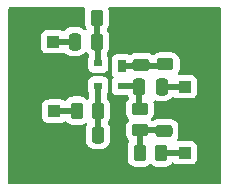
<source format=gbr>
%TF.GenerationSoftware,KiCad,Pcbnew,7.0.7*%
%TF.CreationDate,2023-10-28T21:27:18-04:00*%
%TF.ProjectId,AudioAGC,41756469-6f41-4474-932e-6b696361645f,rev?*%
%TF.SameCoordinates,PX43b5fc0PY25317c0*%
%TF.FileFunction,Copper,L1,Top*%
%TF.FilePolarity,Positive*%
%FSLAX46Y46*%
G04 Gerber Fmt 4.6, Leading zero omitted, Abs format (unit mm)*
G04 Created by KiCad (PCBNEW 7.0.7) date 2023-10-28 21:27:18*
%MOMM*%
%LPD*%
G01*
G04 APERTURE LIST*
G04 Aperture macros list*
%AMRoundRect*
0 Rectangle with rounded corners*
0 $1 Rounding radius*
0 $2 $3 $4 $5 $6 $7 $8 $9 X,Y pos of 4 corners*
0 Add a 4 corners polygon primitive as box body*
4,1,4,$2,$3,$4,$5,$6,$7,$8,$9,$2,$3,0*
0 Add four circle primitives for the rounded corners*
1,1,$1+$1,$2,$3*
1,1,$1+$1,$4,$5*
1,1,$1+$1,$6,$7*
1,1,$1+$1,$8,$9*
0 Add four rect primitives between the rounded corners*
20,1,$1+$1,$2,$3,$4,$5,0*
20,1,$1+$1,$4,$5,$6,$7,0*
20,1,$1+$1,$6,$7,$8,$9,0*
20,1,$1+$1,$8,$9,$2,$3,0*%
G04 Aperture macros list end*
%TA.AperFunction,SMDPad,CuDef*%
%ADD10R,0.700000X1.000000*%
%TD*%
%TA.AperFunction,SMDPad,CuDef*%
%ADD11R,0.700000X0.600000*%
%TD*%
%TA.AperFunction,SMDPad,CuDef*%
%ADD12R,1.050000X1.000000*%
%TD*%
%TA.AperFunction,SMDPad,CuDef*%
%ADD13R,2.200000X1.050000*%
%TD*%
%TA.AperFunction,SMDPad,CuDef*%
%ADD14RoundRect,0.250000X0.262500X0.450000X-0.262500X0.450000X-0.262500X-0.450000X0.262500X-0.450000X0*%
%TD*%
%TA.AperFunction,SMDPad,CuDef*%
%ADD15RoundRect,0.250000X0.450000X-0.262500X0.450000X0.262500X-0.450000X0.262500X-0.450000X-0.262500X0*%
%TD*%
%TA.AperFunction,SMDPad,CuDef*%
%ADD16RoundRect,0.250000X-0.250000X-0.475000X0.250000X-0.475000X0.250000X0.475000X-0.250000X0.475000X0*%
%TD*%
%TA.AperFunction,SMDPad,CuDef*%
%ADD17RoundRect,0.250000X-0.262500X-0.450000X0.262500X-0.450000X0.262500X0.450000X-0.262500X0.450000X0*%
%TD*%
%TA.AperFunction,SMDPad,CuDef*%
%ADD18RoundRect,0.250000X-0.475000X0.250000X-0.475000X-0.250000X0.475000X-0.250000X0.475000X0.250000X0*%
%TD*%
%TA.AperFunction,Conductor*%
%ADD19C,0.500000*%
%TD*%
G04 APERTURE END LIST*
D10*
%TO.P,U1,1,S*%
%TO.N,Net-(U1-S)*%
X7597000Y-4954000D03*
D11*
%TO.P,U1,2,D*%
%TO.N,Net-(U1-D)*%
X7597000Y-6654000D03*
%TO.P,U1,3,G2*%
%TO.N,Net-(U1-G2)*%
X5597000Y-6654000D03*
%TO.P,U1,4,G1*%
%TO.N,Net-(U1-G1)*%
X5597000Y-4754000D03*
%TD*%
D12*
%TO.P,J4,1,In*%
%TO.N,Net-(J4-In)*%
X12913000Y-12308000D03*
D13*
%TO.P,J4,2,Ext*%
%TO.N,Earth*%
X14438000Y-10833000D03*
X14438000Y-13783000D03*
%TD*%
D12*
%TO.P,J1,1,In*%
%TO.N,Net-(J1-In)*%
X12913000Y-6720000D03*
D13*
%TO.P,J1,2,Ext*%
%TO.N,Earth*%
X14438000Y-5245000D03*
X14438000Y-8195000D03*
%TD*%
D14*
%TO.P,R5,1*%
%TO.N,Net-(J4-In)*%
X10938500Y-12308000D03*
%TO.P,R5,2*%
%TO.N,Net-(C5-Pad2)*%
X9113500Y-12308000D03*
%TD*%
D15*
%TO.P,R2,1*%
%TO.N,Net-(U1-S)*%
X11296000Y-4838500D03*
%TO.P,R2,2*%
%TO.N,Earth*%
X11296000Y-3013500D03*
%TD*%
D12*
%TO.P,J2,1,In*%
%TO.N,Net-(J2-In)*%
X1805000Y-2910000D03*
D13*
%TO.P,J2,2,Ext*%
%TO.N,Earth*%
X280000Y-4385000D03*
X280000Y-1435000D03*
%TD*%
D14*
%TO.P,R3,1*%
%TO.N,Net-(U1-G1)*%
X5477500Y-878000D03*
%TO.P,R3,2*%
%TO.N,Earth*%
X3652500Y-878000D03*
%TD*%
D16*
%TO.P,C1,1*%
%TO.N,Earth*%
X3681000Y-10784000D03*
%TO.P,C1,2*%
%TO.N,Net-(U1-G2)*%
X5581000Y-10784000D03*
%TD*%
%TO.P,C3,1*%
%TO.N,Net-(U1-D)*%
X9076000Y-6720000D03*
%TO.P,C3,2*%
%TO.N,Net-(J1-In)*%
X10976000Y-6720000D03*
%TD*%
D15*
%TO.P,R1,1*%
%TO.N,Net-(C5-Pad2)*%
X9137000Y-10426500D03*
%TO.P,R1,2*%
%TO.N,Net-(U1-D)*%
X9137000Y-8601500D03*
%TD*%
D17*
%TO.P,R4,1*%
%TO.N,Net-(J3-In)*%
X3779500Y-8752000D03*
%TO.P,R4,2*%
%TO.N,Net-(U1-G2)*%
X5604500Y-8752000D03*
%TD*%
D16*
%TO.P,C2,1*%
%TO.N,Net-(J2-In)*%
X3615000Y-2910000D03*
%TO.P,C2,2*%
%TO.N,Net-(U1-G1)*%
X5515000Y-2910000D03*
%TD*%
D18*
%TO.P,C4,1*%
%TO.N,Earth*%
X9264000Y-2976000D03*
%TO.P,C4,2*%
%TO.N,Net-(U1-S)*%
X9264000Y-4876000D03*
%TD*%
D12*
%TO.P,J3,1,In*%
%TO.N,Net-(J3-In)*%
X1899000Y-8801000D03*
D13*
%TO.P,J3,2,Ext*%
%TO.N,Earth*%
X374000Y-10276000D03*
X374000Y-7326000D03*
%TD*%
D18*
%TO.P,C5,1*%
%TO.N,Earth*%
X11169000Y-8564000D03*
%TO.P,C5,2*%
%TO.N,Net-(C5-Pad2)*%
X11169000Y-10464000D03*
%TD*%
D19*
%TO.N,Net-(J1-In)*%
X12913000Y-6720000D02*
X10976000Y-6720000D01*
%TO.N,Net-(J4-In)*%
X10938500Y-12308000D02*
X12913000Y-12308000D01*
%TO.N,Net-(C5-Pad2)*%
X9137000Y-10426500D02*
X11131500Y-10426500D01*
X11131500Y-10426500D02*
X11169000Y-10464000D01*
X9137000Y-10426500D02*
X9137000Y-12284500D01*
X9137000Y-12284500D02*
X9113500Y-12308000D01*
%TO.N,Net-(U1-D)*%
X9076000Y-6720000D02*
X9076000Y-8540500D01*
X9076000Y-8540500D02*
X9137000Y-8601500D01*
%TO.N,Net-(U1-S)*%
X7597000Y-4954000D02*
X11180500Y-4954000D01*
X11180500Y-4954000D02*
X11296000Y-4838500D01*
%TO.N,Net-(U1-D)*%
X7597000Y-6654000D02*
X9010000Y-6654000D01*
X9010000Y-6654000D02*
X9076000Y-6720000D01*
%TO.N,Net-(J3-In)*%
X3779500Y-8752000D02*
X1948000Y-8752000D01*
X1948000Y-8752000D02*
X1899000Y-8801000D01*
%TO.N,Net-(U1-G2)*%
X5597000Y-6654000D02*
X5597000Y-10768000D01*
X5597000Y-10768000D02*
X5581000Y-10784000D01*
%TO.N,Net-(U1-G1)*%
X5515000Y-2910000D02*
X5515000Y-915500D01*
X5515000Y-915500D02*
X5477500Y-878000D01*
X5597000Y-4754000D02*
X5597000Y-2992000D01*
X5597000Y-2992000D02*
X5515000Y-2910000D01*
%TO.N,Net-(J2-In)*%
X1805000Y-2910000D02*
X3615000Y-2910000D01*
%TD*%
%TA.AperFunction,Conductor*%
%TO.N,Earth*%
G36*
X4461348Y-20185D02*
G01*
X4507103Y-72989D01*
X4517047Y-142147D01*
X4512016Y-163498D01*
X4475001Y-275203D01*
X4475001Y-275204D01*
X4475000Y-275204D01*
X4464500Y-377983D01*
X4464500Y-1378001D01*
X4464501Y-1378019D01*
X4475000Y-1480796D01*
X4475001Y-1480799D01*
X4530185Y-1647331D01*
X4530189Y-1647340D01*
X4603402Y-1766037D01*
X4621842Y-1833429D01*
X4600919Y-1900092D01*
X4547277Y-1944862D01*
X4477946Y-1953523D01*
X4414939Y-1923326D01*
X4410182Y-1918814D01*
X4333657Y-1842289D01*
X4333656Y-1842288D01*
X4184334Y-1750186D01*
X4017797Y-1695001D01*
X4017795Y-1695000D01*
X3915010Y-1684500D01*
X3314998Y-1684500D01*
X3314980Y-1684501D01*
X3212203Y-1695000D01*
X3212200Y-1695001D01*
X3045668Y-1750185D01*
X3045663Y-1750187D01*
X2896342Y-1842289D01*
X2767181Y-1971451D01*
X2766107Y-1970377D01*
X2715878Y-2005938D01*
X2646079Y-2009071D01*
X2601332Y-1987914D01*
X2572331Y-1966204D01*
X2572328Y-1966202D01*
X2437482Y-1915908D01*
X2437483Y-1915908D01*
X2377883Y-1909501D01*
X2377881Y-1909500D01*
X2377873Y-1909500D01*
X2377864Y-1909500D01*
X1232129Y-1909500D01*
X1232123Y-1909501D01*
X1172516Y-1915908D01*
X1037671Y-1966202D01*
X1037664Y-1966206D01*
X922455Y-2052452D01*
X922452Y-2052455D01*
X836206Y-2167664D01*
X836202Y-2167671D01*
X785908Y-2302517D01*
X779501Y-2362116D01*
X779500Y-2362135D01*
X779500Y-3457870D01*
X779501Y-3457876D01*
X785908Y-3517483D01*
X836202Y-3652328D01*
X836206Y-3652335D01*
X922452Y-3767544D01*
X922455Y-3767547D01*
X1037664Y-3853793D01*
X1037671Y-3853797D01*
X1172517Y-3904091D01*
X1172516Y-3904091D01*
X1179444Y-3904835D01*
X1232127Y-3910500D01*
X2377872Y-3910499D01*
X2437483Y-3904091D01*
X2572331Y-3853796D01*
X2601332Y-3832085D01*
X2666794Y-3807668D01*
X2735068Y-3822519D01*
X2766605Y-3849124D01*
X2767181Y-3848549D01*
X2772288Y-3853656D01*
X2896344Y-3977712D01*
X3045666Y-4069814D01*
X3212203Y-4124999D01*
X3314991Y-4135500D01*
X3915008Y-4135499D01*
X3915016Y-4135498D01*
X3915019Y-4135498D01*
X3971302Y-4129748D01*
X4017797Y-4124999D01*
X4184334Y-4069814D01*
X4333656Y-3977712D01*
X4457712Y-3853656D01*
X4459456Y-3850828D01*
X4461160Y-3849295D01*
X4462193Y-3847989D01*
X4462416Y-3848165D01*
X4511396Y-3804101D01*
X4580357Y-3792871D01*
X4644442Y-3820707D01*
X4670534Y-3850814D01*
X4672283Y-3853650D01*
X4672288Y-3853656D01*
X4796343Y-3977711D01*
X4799411Y-3980137D01*
X4800968Y-3982336D01*
X4801451Y-3982819D01*
X4801368Y-3982901D01*
X4839788Y-4037158D01*
X4846500Y-4077403D01*
X4846500Y-4112561D01*
X4826815Y-4179600D01*
X4821767Y-4186872D01*
X4803204Y-4211668D01*
X4803202Y-4211671D01*
X4752910Y-4346513D01*
X4752909Y-4346517D01*
X4746500Y-4406127D01*
X4746500Y-4406134D01*
X4746500Y-4406135D01*
X4746500Y-5101870D01*
X4746501Y-5101876D01*
X4752908Y-5161483D01*
X4803202Y-5296328D01*
X4803206Y-5296335D01*
X4889452Y-5411544D01*
X4889455Y-5411547D01*
X5004664Y-5497793D01*
X5004671Y-5497797D01*
X5139517Y-5548091D01*
X5139516Y-5548091D01*
X5146444Y-5548835D01*
X5199127Y-5554500D01*
X5994872Y-5554499D01*
X6054483Y-5548091D01*
X6189331Y-5497796D01*
X6304546Y-5411546D01*
X6390796Y-5296331D01*
X6441091Y-5161483D01*
X6447500Y-5101873D01*
X6447499Y-4406128D01*
X6441091Y-4346517D01*
X6390796Y-4211669D01*
X6372233Y-4186872D01*
X6347816Y-4121408D01*
X6347500Y-4112561D01*
X6347500Y-3905378D01*
X6365960Y-3840283D01*
X6449814Y-3704334D01*
X6504999Y-3537797D01*
X6515500Y-3435009D01*
X6515499Y-2384992D01*
X6504999Y-2282203D01*
X6449814Y-2115666D01*
X6357712Y-1966344D01*
X6346843Y-1955475D01*
X6313358Y-1894152D01*
X6318342Y-1824460D01*
X6328985Y-1802697D01*
X6332709Y-1796658D01*
X6332712Y-1796656D01*
X6424814Y-1647334D01*
X6479999Y-1480797D01*
X6490500Y-1378009D01*
X6490499Y-377992D01*
X6479999Y-275203D01*
X6442984Y-163502D01*
X6440583Y-93676D01*
X6476314Y-33634D01*
X6538835Y-2441D01*
X6560691Y-500D01*
X15875500Y-500D01*
X15942539Y-20185D01*
X15988294Y-72989D01*
X15999500Y-124500D01*
X15999500Y-14875500D01*
X15979815Y-14942539D01*
X15927011Y-14988294D01*
X15875500Y-14999500D01*
X-1875500Y-14999500D01*
X-1942539Y-14979815D01*
X-1988294Y-14927011D01*
X-1999500Y-14875500D01*
X-1999500Y-9348870D01*
X873500Y-9348870D01*
X873501Y-9348876D01*
X879908Y-9408483D01*
X930202Y-9543328D01*
X930206Y-9543335D01*
X1016452Y-9658544D01*
X1016455Y-9658547D01*
X1131664Y-9744793D01*
X1131671Y-9744797D01*
X1266517Y-9795091D01*
X1266516Y-9795091D01*
X1273444Y-9795835D01*
X1326127Y-9801500D01*
X2471872Y-9801499D01*
X2531483Y-9795091D01*
X2666331Y-9744796D01*
X2770237Y-9667011D01*
X2835701Y-9642594D01*
X2903974Y-9657445D01*
X2932229Y-9678597D01*
X3048344Y-9794712D01*
X3197666Y-9886814D01*
X3364203Y-9941999D01*
X3466991Y-9952500D01*
X4092008Y-9952499D01*
X4092016Y-9952498D01*
X4092019Y-9952498D01*
X4148302Y-9946748D01*
X4194797Y-9941999D01*
X4361334Y-9886814D01*
X4478205Y-9814727D01*
X4545596Y-9796287D01*
X4612260Y-9817209D01*
X4657030Y-9870851D01*
X4665691Y-9940182D01*
X4648842Y-9985358D01*
X4646192Y-9989654D01*
X4646186Y-9989666D01*
X4591001Y-10156203D01*
X4591001Y-10156204D01*
X4591000Y-10156204D01*
X4580500Y-10258983D01*
X4580500Y-11309001D01*
X4580501Y-11309019D01*
X4591000Y-11411796D01*
X4591001Y-11411799D01*
X4603811Y-11450455D01*
X4646186Y-11578334D01*
X4738288Y-11727656D01*
X4862344Y-11851712D01*
X5011666Y-11943814D01*
X5178203Y-11998999D01*
X5280991Y-12009500D01*
X5881008Y-12009499D01*
X5881016Y-12009498D01*
X5881019Y-12009498D01*
X5937302Y-12003748D01*
X5983797Y-11998999D01*
X6150334Y-11943814D01*
X6299656Y-11851712D01*
X6423712Y-11727656D01*
X6515814Y-11578334D01*
X6570999Y-11411797D01*
X6581500Y-11309009D01*
X6581499Y-10258992D01*
X6570999Y-10156203D01*
X6515814Y-9989666D01*
X6424180Y-9841103D01*
X6405741Y-9773713D01*
X6426664Y-9707050D01*
X6442036Y-9688331D01*
X6459712Y-9670656D01*
X6551814Y-9521334D01*
X6606999Y-9354797D01*
X6617500Y-9252009D01*
X6617499Y-8251992D01*
X6606999Y-8149203D01*
X6551814Y-7982666D01*
X6459712Y-7833344D01*
X6383819Y-7757451D01*
X6350334Y-7696128D01*
X6347500Y-7669770D01*
X6347500Y-7295438D01*
X6367185Y-7228399D01*
X6372234Y-7221126D01*
X6390796Y-7196331D01*
X6441091Y-7061483D01*
X6447500Y-7001873D01*
X6447500Y-7001870D01*
X6746500Y-7001870D01*
X6746501Y-7001876D01*
X6752908Y-7061483D01*
X6803202Y-7196328D01*
X6803206Y-7196335D01*
X6889452Y-7311544D01*
X6889455Y-7311547D01*
X7004664Y-7397793D01*
X7004671Y-7397797D01*
X7139517Y-7448091D01*
X7139516Y-7448091D01*
X7146444Y-7448835D01*
X7199127Y-7454500D01*
X7994872Y-7454499D01*
X7994874Y-7454498D01*
X7994887Y-7454498D01*
X8019730Y-7451827D01*
X8088489Y-7464232D01*
X8138525Y-7510020D01*
X8207639Y-7622073D01*
X8226079Y-7689465D01*
X8205156Y-7756129D01*
X8189782Y-7774850D01*
X8094287Y-7870345D01*
X8002187Y-8019663D01*
X8002185Y-8019668D01*
X7989261Y-8058671D01*
X7947001Y-8186203D01*
X7947001Y-8186204D01*
X7947000Y-8186204D01*
X7936500Y-8288983D01*
X7936500Y-8914001D01*
X7936501Y-8914019D01*
X7947000Y-9016796D01*
X7947001Y-9016799D01*
X8002185Y-9183331D01*
X8002187Y-9183336D01*
X8094289Y-9332657D01*
X8187951Y-9426319D01*
X8221436Y-9487642D01*
X8216452Y-9557334D01*
X8187951Y-9601681D01*
X8094289Y-9695342D01*
X8002187Y-9844663D01*
X8002185Y-9844668D01*
X7985617Y-9894668D01*
X7947001Y-10011203D01*
X7947001Y-10011204D01*
X7947000Y-10011204D01*
X7936500Y-10113983D01*
X7936500Y-10739001D01*
X7936501Y-10739019D01*
X7947000Y-10841796D01*
X7947001Y-10841799D01*
X8002185Y-11008331D01*
X8002187Y-11008336D01*
X8094289Y-11157657D01*
X8214781Y-11278149D01*
X8248266Y-11339472D01*
X8243282Y-11409164D01*
X8232639Y-11430926D01*
X8166190Y-11538659D01*
X8166185Y-11538668D01*
X8138349Y-11622670D01*
X8111001Y-11705203D01*
X8111001Y-11705204D01*
X8111000Y-11705204D01*
X8100500Y-11807983D01*
X8100500Y-12808001D01*
X8100501Y-12808019D01*
X8111000Y-12910796D01*
X8111001Y-12910799D01*
X8157237Y-13050328D01*
X8166186Y-13077334D01*
X8258288Y-13226656D01*
X8382344Y-13350712D01*
X8531666Y-13442814D01*
X8698203Y-13497999D01*
X8800991Y-13508500D01*
X9426008Y-13508499D01*
X9426016Y-13508498D01*
X9426019Y-13508498D01*
X9482302Y-13502748D01*
X9528797Y-13497999D01*
X9695334Y-13442814D01*
X9844656Y-13350712D01*
X9938318Y-13257048D01*
X9999642Y-13223564D01*
X10069334Y-13228548D01*
X10113680Y-13257049D01*
X10207344Y-13350712D01*
X10356666Y-13442814D01*
X10523203Y-13497999D01*
X10625991Y-13508500D01*
X11251008Y-13508499D01*
X11251016Y-13508498D01*
X11251019Y-13508498D01*
X11307302Y-13502748D01*
X11353797Y-13497999D01*
X11520334Y-13442814D01*
X11669656Y-13350712D01*
X11793712Y-13226656D01*
X11825689Y-13174811D01*
X11877633Y-13128090D01*
X11946595Y-13116866D01*
X12010678Y-13144708D01*
X12030258Y-13165350D01*
X12030451Y-13165542D01*
X12030454Y-13165546D01*
X12030457Y-13165548D01*
X12145664Y-13251793D01*
X12145671Y-13251797D01*
X12280517Y-13302091D01*
X12280516Y-13302091D01*
X12287444Y-13302835D01*
X12340127Y-13308500D01*
X13485872Y-13308499D01*
X13545483Y-13302091D01*
X13680331Y-13251796D01*
X13795546Y-13165546D01*
X13881796Y-13050331D01*
X13932091Y-12915483D01*
X13938500Y-12855873D01*
X13938499Y-11760128D01*
X13932091Y-11700517D01*
X13886520Y-11578336D01*
X13881797Y-11565671D01*
X13881793Y-11565664D01*
X13795547Y-11450455D01*
X13795544Y-11450452D01*
X13680335Y-11364206D01*
X13680328Y-11364202D01*
X13545482Y-11313908D01*
X13545483Y-11313908D01*
X13485883Y-11307501D01*
X13485881Y-11307500D01*
X13485873Y-11307500D01*
X13485865Y-11307500D01*
X12381881Y-11307500D01*
X12314842Y-11287815D01*
X12269087Y-11235011D01*
X12259143Y-11165853D01*
X12276343Y-11118403D01*
X12328809Y-11033342D01*
X12328808Y-11033342D01*
X12328814Y-11033334D01*
X12383999Y-10866797D01*
X12394500Y-10764009D01*
X12394499Y-10163992D01*
X12393703Y-10156204D01*
X12383999Y-10061203D01*
X12383998Y-10061200D01*
X12367431Y-10011204D01*
X12328814Y-9894666D01*
X12236712Y-9745344D01*
X12112656Y-9621288D01*
X12012439Y-9559474D01*
X11963336Y-9529187D01*
X11963331Y-9529185D01*
X11939629Y-9521331D01*
X11796797Y-9474001D01*
X11796795Y-9474000D01*
X11694010Y-9463500D01*
X10643998Y-9463500D01*
X10643980Y-9463501D01*
X10541203Y-9474000D01*
X10541200Y-9474001D01*
X10374668Y-9529185D01*
X10374659Y-9529189D01*
X10255962Y-9602402D01*
X10188570Y-9620842D01*
X10121906Y-9599919D01*
X10077137Y-9546277D01*
X10068476Y-9476946D01*
X10098673Y-9413939D01*
X10103148Y-9409219D01*
X10179712Y-9332656D01*
X10271814Y-9183334D01*
X10326999Y-9016797D01*
X10337500Y-8914009D01*
X10337499Y-8288992D01*
X10333835Y-8253127D01*
X10326999Y-8186203D01*
X10314737Y-8149200D01*
X10280783Y-8046735D01*
X10278382Y-7976912D01*
X10314113Y-7916869D01*
X10376633Y-7885676D01*
X10437492Y-7890028D01*
X10573203Y-7934999D01*
X10675991Y-7945500D01*
X11276008Y-7945499D01*
X11276016Y-7945498D01*
X11276019Y-7945498D01*
X11332302Y-7939748D01*
X11378797Y-7934999D01*
X11545334Y-7879814D01*
X11694656Y-7787712D01*
X11818712Y-7663656D01*
X11850704Y-7611788D01*
X11902648Y-7565065D01*
X11971611Y-7553842D01*
X12030550Y-7577618D01*
X12143705Y-7662326D01*
X12145669Y-7663796D01*
X12145671Y-7663797D01*
X12280517Y-7714091D01*
X12280516Y-7714091D01*
X12287444Y-7714835D01*
X12340127Y-7720500D01*
X13485872Y-7720499D01*
X13545483Y-7714091D01*
X13680331Y-7663796D01*
X13795546Y-7577546D01*
X13881796Y-7462331D01*
X13932091Y-7327483D01*
X13938500Y-7267873D01*
X13938499Y-6172128D01*
X13932091Y-6112517D01*
X13931775Y-6111671D01*
X13881797Y-5977671D01*
X13881793Y-5977664D01*
X13795547Y-5862455D01*
X13795544Y-5862452D01*
X13680335Y-5776206D01*
X13680328Y-5776202D01*
X13545482Y-5725908D01*
X13545483Y-5725908D01*
X13485883Y-5719501D01*
X13485881Y-5719500D01*
X13485873Y-5719500D01*
X13485865Y-5719500D01*
X12468461Y-5719500D01*
X12401422Y-5699815D01*
X12355667Y-5647011D01*
X12345723Y-5577853D01*
X12362920Y-5530408D01*
X12430814Y-5420334D01*
X12485999Y-5253797D01*
X12496500Y-5151009D01*
X12496499Y-4525992D01*
X12485999Y-4423203D01*
X12430814Y-4256666D01*
X12338712Y-4107344D01*
X12214656Y-3983288D01*
X12088343Y-3905378D01*
X12065336Y-3891187D01*
X12065331Y-3891185D01*
X12049684Y-3886000D01*
X11898797Y-3836001D01*
X11898795Y-3836000D01*
X11796010Y-3825500D01*
X10795998Y-3825500D01*
X10795980Y-3825501D01*
X10693203Y-3836000D01*
X10693200Y-3836001D01*
X10526668Y-3891185D01*
X10526663Y-3891187D01*
X10377344Y-3983288D01*
X10351011Y-4009621D01*
X10289687Y-4043105D01*
X10219996Y-4038119D01*
X10198237Y-4027478D01*
X10058334Y-3941186D01*
X9891797Y-3886001D01*
X9891795Y-3886000D01*
X9789010Y-3875500D01*
X8738998Y-3875500D01*
X8738980Y-3875501D01*
X8636203Y-3886000D01*
X8636200Y-3886001D01*
X8469668Y-3941185D01*
X8469659Y-3941189D01*
X8337258Y-4022855D01*
X8269866Y-4041295D01*
X8203202Y-4020372D01*
X8197852Y-4016583D01*
X8189331Y-4010204D01*
X8189327Y-4010202D01*
X8054482Y-3959908D01*
X8054483Y-3959908D01*
X7994883Y-3953501D01*
X7994881Y-3953500D01*
X7994873Y-3953500D01*
X7994864Y-3953500D01*
X7199129Y-3953500D01*
X7199123Y-3953501D01*
X7139516Y-3959908D01*
X7004671Y-4010202D01*
X7004664Y-4010206D01*
X6889455Y-4096452D01*
X6889452Y-4096455D01*
X6803206Y-4211664D01*
X6803202Y-4211671D01*
X6752908Y-4346517D01*
X6746501Y-4406116D01*
X6746501Y-4406123D01*
X6746500Y-4406135D01*
X6746500Y-5501870D01*
X6746501Y-5501876D01*
X6752908Y-5561483D01*
X6803202Y-5696328D01*
X6803206Y-5696335D01*
X6889452Y-5811544D01*
X6894227Y-5816319D01*
X6927712Y-5877642D01*
X6922728Y-5947334D01*
X6894227Y-5991681D01*
X6889452Y-5996455D01*
X6803206Y-6111664D01*
X6803202Y-6111671D01*
X6752910Y-6246513D01*
X6752909Y-6246517D01*
X6746500Y-6306127D01*
X6746500Y-6306134D01*
X6746500Y-6306135D01*
X6746500Y-7001870D01*
X6447500Y-7001870D01*
X6447499Y-6306128D01*
X6441091Y-6246517D01*
X6391112Y-6112517D01*
X6390797Y-6111671D01*
X6390793Y-6111664D01*
X6304547Y-5996455D01*
X6304544Y-5996452D01*
X6189335Y-5910206D01*
X6189328Y-5910202D01*
X6054482Y-5859908D01*
X6054483Y-5859908D01*
X5994883Y-5853501D01*
X5994881Y-5853500D01*
X5994873Y-5853500D01*
X5994864Y-5853500D01*
X5199129Y-5853500D01*
X5199123Y-5853501D01*
X5139516Y-5859908D01*
X5004671Y-5910202D01*
X5004664Y-5910206D01*
X4889455Y-5996452D01*
X4889452Y-5996455D01*
X4803206Y-6111664D01*
X4803202Y-6111671D01*
X4752910Y-6246513D01*
X4752909Y-6246517D01*
X4746500Y-6306127D01*
X4746500Y-6306134D01*
X4746500Y-6306135D01*
X4746500Y-7001870D01*
X4746501Y-7001876D01*
X4752908Y-7061483D01*
X4803203Y-7196329D01*
X4821766Y-7221126D01*
X4846184Y-7286590D01*
X4846500Y-7295438D01*
X4846500Y-7684770D01*
X4826815Y-7751809D01*
X4810181Y-7772451D01*
X4779681Y-7802951D01*
X4718358Y-7836436D01*
X4648666Y-7831452D01*
X4604319Y-7802951D01*
X4510657Y-7709289D01*
X4510656Y-7709288D01*
X4361334Y-7617186D01*
X4194797Y-7562001D01*
X4194795Y-7562000D01*
X4092010Y-7551500D01*
X3466998Y-7551500D01*
X3466980Y-7551501D01*
X3364203Y-7562000D01*
X3364200Y-7562001D01*
X3197668Y-7617185D01*
X3197663Y-7617187D01*
X3048342Y-7709289D01*
X2924287Y-7833344D01*
X2903965Y-7866292D01*
X2852017Y-7913016D01*
X2783054Y-7924237D01*
X2724117Y-7900461D01*
X2666335Y-7857206D01*
X2666328Y-7857202D01*
X2531482Y-7806908D01*
X2531483Y-7806908D01*
X2471883Y-7800501D01*
X2471881Y-7800500D01*
X2471873Y-7800500D01*
X2471864Y-7800500D01*
X1326129Y-7800500D01*
X1326123Y-7800501D01*
X1266516Y-7806908D01*
X1131671Y-7857202D01*
X1131664Y-7857206D01*
X1016455Y-7943452D01*
X1016452Y-7943455D01*
X930206Y-8058664D01*
X930202Y-8058671D01*
X879908Y-8193517D01*
X873501Y-8253116D01*
X873500Y-8253135D01*
X873500Y-9348870D01*
X-1999500Y-9348870D01*
X-1999500Y-124500D01*
X-1979815Y-57461D01*
X-1927011Y-11706D01*
X-1875500Y-500D01*
X4394309Y-500D01*
X4461348Y-20185D01*
G37*
%TD.AperFunction*%
%TD*%
M02*

</source>
